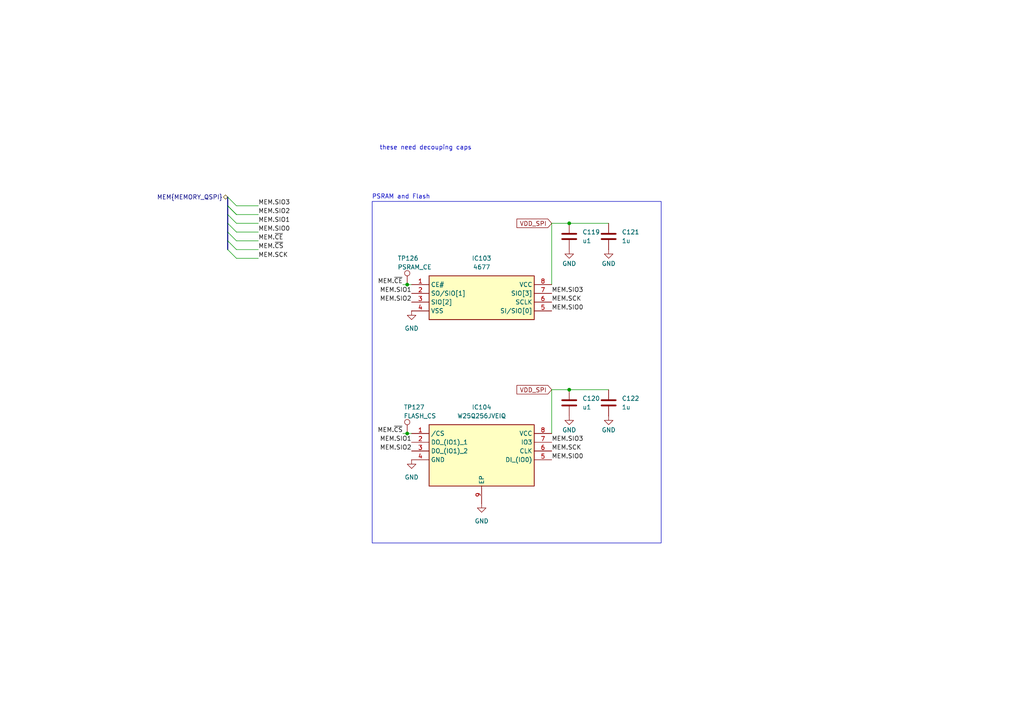
<source format=kicad_sch>
(kicad_sch (version 20250114) (generator "eeschema") (generator_version "9.0")
  (paper "A4")
  (lib_symbols
    (symbol "Connector:TestPoint" (pin_numbers (hide yes)) (pin_names (offset 0.762) (hide yes))
      (property "Reference" "TP" (at 0 6.858 0))
      (property "Value" "TestPoint" (at 0 5.08 0))
      (symbol "TestPoint_0_1"
        (circle (center 0 3.302) (radius 0.762))
      )
      (symbol "TestPoint_1_1"
        (pin passive line (at 0 0 90) (length 2.54) (name "1") (number "1"))
      )
    )
    (symbol "Device:C" (pin_numbers (hide yes)) (pin_names (offset 0.254))
      (property "Reference" "C" (at 0.635 2.54 0))
      (property "Value" "C" (at 0.635 -2.54 0))
      (symbol "C_0_1"
        (polyline (pts (xy -2.032 0.762) (xy 2.032 0.762)) (stroke (width 0.508)))
        (polyline (pts (xy -2.032 -0.762) (xy 2.032 -0.762)) (stroke (width 0.508)))
      )
      (symbol "C_1_1"
        (pin passive line (at 0 3.81 270) (length 2.794) (name "~") (number "1"))
        (pin passive line (at 0 -3.81 90) (length 2.794) (name "~") (number "2"))
      )
    )
    (symbol "SamacSys_Parts:4677"
      (property "Reference" "J" (at 36.83 7.62 0))
      (property "Value" "4677" (at 36.83 5.08 0))
      (symbol "4677_1_1"
        (rectangle (start 5.08 2.54) (end 35.56 -10.16) (stroke (width 0.254)) (fill (type background)))
        (pin passive line (at 0 0 0) (length 5.08) (name "CE#") (number "1"))
        (pin passive line (at 0 -2.54 0) (length 5.08) (name "SO/SIO[1]") (number "2"))
        (pin passive line (at 0 -5.08 0) (length 5.08) (name "SIO[2]") (number "3"))
        (pin passive line (at 0 -7.62 0) (length 5.08) (name "VSS") (number "4"))
        (pin passive line (at 40.64 0 180) (length 5.08) (name "VCC") (number "8"))
        (pin passive line (at 40.64 -2.54 180) (length 5.08) (name "SIO[3]") (number "7"))
        (pin passive line (at 40.64 -5.08 180) (length 5.08) (name "SCLK") (number "6"))
        (pin passive line (at 40.64 -7.62 180) (length 5.08) (name "SI/SIO[0]") (number "5"))
      )
    )
    (symbol "SamacSys_Parts:W25Q256JVEIQ"
      (property "Reference" "IC" (at 36.83 7.62 0))
      (property "Value" "W25Q256JVEIQ" (at 36.83 5.08 0))
      (symbol "W25Q256JVEIQ_1_1"
        (rectangle (start 5.08 2.54) (end 35.56 -15.24) (stroke (width 0.254)) (fill (type background)))
        (pin passive line (at 0 0 0) (length 5.08) (name "/CS") (number "1"))
        (pin passive line (at 0 -2.54 0) (length 5.08) (name "DO_(IO1)_1") (number "2"))
        (pin passive line (at 0 -5.08 0) (length 5.08) (name "DO_(IO1)_2") (number "3"))
        (pin passive line (at 0 -7.62 0) (length 5.08) (name "GND") (number "4"))
        (pin passive line (at 20.32 -20.32 90) (length 5.08) (name "EP") (number "9"))
        (pin passive line (at 40.64 0 180) (length 5.08) (name "VCC") (number "8"))
        (pin passive line (at 40.64 -2.54 180) (length 5.08) (name "IO3") (number "7"))
        (pin passive line (at 40.64 -5.08 180) (length 5.08) (name "CLK") (number "6"))
        (pin passive line (at 40.64 -7.62 180) (length 5.08) (name "DI_(IO0)") (number "5"))
      )
    )
    (symbol "power:GND" (power) (pin_numbers (hide yes)) (pin_names (offset 0) (hide yes))
      (property "Value" "GND" (at 0 -3.81 0))
      (symbol "GND_0_1"
        (polyline (pts (xy 0 0) (xy 0 -1.27) (xy 1.27 -1.27) (xy 0 -2.54) (xy -1.27 -1.27) (xy 0 -1.27)))
      )
      (symbol "GND_1_1"
        (pin power_in line (at 0 0 270) (length 0) (name "~") (number "1"))
      )
    )
  )
  (rectangle (start 107.95 58.42) (end 191.77 157.48))
  (text "PSRAM and Flash" (at 116.332 57.15 0) (effects (font (size 1.27 1.27))))
  (text "these need decouping caps" (at 123.444 42.926 0) (effects (font (size 1.27 1.27))))
  (junction (at 165.1 113.03))
  (junction (at 165.1 64.77))
  (junction (at 118.11 125.73))
  (junction (at 118.11 82.55))
  (bus_entry (at 66.04 72.39) (size 2.54 2.54))
  (bus_entry (at 66.04 57.15) (size 2.54 2.54))
  (bus_entry (at 66.04 64.77) (size 2.54 2.54))
  (bus_entry (at 66.04 59.69) (size 2.54 2.54))
  (bus_entry (at 66.04 67.31) (size 2.54 2.54))
  (bus_entry (at 66.04 69.85) (size 2.54 2.54))
  (bus_entry (at 66.04 59.69) (size 2.54 2.54))
  (bus_entry (at 66.04 62.23) (size 2.54 2.54))
  (wire (pts (xy 68.58 59.69) (xy 74.93 59.69)))
  (bus (pts (xy 66.04 57.15) (xy 66.04 59.69)))
  (wire (pts (xy 68.58 64.77) (xy 74.93 64.77)))
  (wire (pts (xy 165.1 64.77) (xy 176.53 64.77)))
  (wire (pts (xy 68.58 62.23) (xy 74.93 62.23)))
  (wire (pts (xy 160.02 64.77) (xy 165.1 64.77)))
  (bus (pts (xy 66.04 59.69) (xy 66.04 62.23)))
  (wire (pts (xy 68.58 67.31) (xy 74.93 67.31)))
  (bus (pts (xy 66.04 69.85) (xy 66.04 72.39)))
  (wire (pts (xy 68.58 72.39) (xy 74.93 72.39)))
  (wire (pts (xy 116.84 82.55) (xy 118.11 82.55)))
  (wire (pts (xy 160.02 113.03) (xy 160.02 125.73)))
  (bus (pts (xy 66.04 67.31) (xy 66.04 69.85)))
  (wire (pts (xy 160.02 113.03) (xy 165.1 113.03)))
  (wire (pts (xy 116.84 125.73) (xy 118.11 125.73)))
  (wire (pts (xy 68.58 74.93) (xy 74.93 74.93)))
  (wire (pts (xy 165.1 113.03) (xy 176.53 113.03)))
  (wire (pts (xy 68.58 69.85) (xy 74.93 69.85)))
  (bus (pts (xy 66.04 64.77) (xy 66.04 67.31)))
  (wire (pts (xy 160.02 64.77) (xy 160.02 82.55)))
  (wire (pts (xy 118.11 125.73) (xy 119.38 125.73)))
  (bus (pts (xy 66.04 62.23) (xy 66.04 64.77)))
  (wire (pts (xy 118.11 82.55) (xy 119.38 82.55)))
  (label "MEM.~{CE}" (at 116.84 82.55 180))
  (label "MEM.SIO1" (at 119.38 85.09 180))
  (label "MEM.SIO3" (at 160.02 85.09 0))
  (label "MEM.SIO3" (at 74.93 59.69 0))
  (label "MEM.SIO0" (at 74.93 67.31 0))
  (label "MEM.SIO3" (at 160.02 128.27 0))
  (label "MEM.SIO0" (at 160.02 90.17 0))
  (label "MEM.SCK" (at 74.93 74.93 0))
  (label "MEM.~{CS}" (at 116.84 125.73 180))
  (label "MEM.~{CS}" (at 74.93 72.39 0))
  (label "MEM.SIO1" (at 74.93 64.77 0))
  (label "MEM.SIO2" (at 119.38 87.63 180))
  (label "MEM.SIO2" (at 119.38 130.81 180))
  (label "MEM.SIO1" (at 119.38 128.27 180))
  (label "MEM.SCK" (at 160.02 87.63 0))
  (label "MEM.~{CE}" (at 74.93 69.85 0))
  (label "MEM.SIO0" (at 160.02 133.35 0))
  (label "MEM.SCK" (at 160.02 130.81 0))
  (label "MEM.SIO2" (at 74.93 62.23 0))
  (global_label "VDD_SPI" (shape input) (at 160.02 113.03 180) (property "Intersheetrefs" "${INTERSHEET_REFS}" (effects (hide yes))))
  (global_label "VDD_SPI" (shape input) (at 160.02 64.77 180) (property "Intersheetrefs" "${INTERSHEET_REFS}" (effects (hide yes))))
  (hierarchical_label "MEM{MEMORY_QSPI}" (shape bidirectional) (at 66.04 57.15 180))
  (symbol (lib_id "power:GND") (at 119.38 90.17 0) (unit 1)
    (property "Reference" "#PWR0163" (effects (hide yes)))
    (property "Value" "GND" (at 119.38 95.25 0))
    (property "Description" "Power symbol creates a global label with name \"GND\" , ground" (effects (hide yes)))
  )
  (symbol (lib_id "Device:C") (at 165.1 116.84 0) (unit 1)
    (property "Reference" "C120" (at 168.91 115.5699 0) (effects (justify left)))
    (property "Value" "u1" (at 168.91 118.1099 0) (effects (justify left)))
    (property "Footprint" "SamacSys_Parts:MAJx16" (effects (hide yes)))
    (property "Description" "Unpolarized capacitor" (effects (hide yes)))
    (property "Height" "0.8" (effects (hide yes)))
    (property "Mouser Part Number" "963-MAJCH168BB7104KT" (effects (hide yes)))
    (property "Mouser Price/Stock" "https://www.mouser.co.uk/ProductDetail/TAIYO-YUDEN/MAJCH168BB7104KTEA01?qs=ZcfC38r4PovaTBrG0IdezQ%3D%3D" (effects (hide yes)))
    (property "Manufacturer_Name" "TAIYO YUDEN" (effects (hide yes)))
    (property "Manufacturer_Part_Number" "MAJCH168BB7104KTEA01" (effects (hide yes)))
  )
  (symbol (lib_id "SamacSys_Parts:W25Q256JVEIQ") (at 119.38 125.73 0) (unit 1)
    (property "Reference" "IC104" (at 139.7 118.11 0))
    (property "Value" "W25Q256JVEIQ" (at 139.7 120.65 0))
    (property "Footprint" "SamacSys_Parts:SON127P800X600X80-9N-D" (effects (hide yes)))
    (property "Datasheet" "https://www.winbond.com/hq/search-resource-file.jsp?partNo=W25Q256JVEIQ&type=datasheet" (effects (hide yes)))
    (property "Description" "256M-bit Serial Flash Memory with uniform 4KB sectors and Dual/Quad SPI" (effects (hide yes)))
    (property "Height" "0.8" (effects (hide yes)))
    (property "Mouser Part Number" "454-W25Q256JVEIQ" (effects (hide yes)))
    (property "Mouser Price/Stock" "https://www.mouser.co.uk/ProductDetail/Winbond/W25Q256JVEIQ?qs=qSfuJ%252Bfl%2Fd4o%2FNFUf7yCgA%3D%3D" (effects (hide yes)))
    (property "Manufacturer_Name" "Winbond" (effects (hide yes)))
    (property "Manufacturer_Part_Number" "W25Q256JVEIQ" (effects (hide yes)))
  )
  (symbol (lib_id "power:GND") (at 176.53 72.39 0) (unit 1)
    (property "Reference" "#PWR0168" (effects (hide yes)))
    (property "Value" "GND" (at 176.53 76.454 0))
    (property "Description" "Power symbol creates a global label with name \"GND\" , ground" (effects (hide yes)))
  )
  (symbol (lib_id "Device:C") (at 176.53 68.58 0) (unit 1)
    (property "Reference" "C121" (at 180.34 67.3099 0) (effects (justify left)))
    (property "Value" "1u" (at 180.34 69.8499 0) (effects (justify left)))
    (property "Footprint" "SamacSys_Parts:CAPC2012X135N" (effects (hide yes)))
    (property "Description" "Unpolarized capacitor" (effects (hide yes)))
    (property "Height" "1.35" (effects (hide yes)))
    (property "Mouser Part Number" "791-0805X105K160CT" (effects (hide yes)))
    (property "Mouser Price/Stock" "https://www.mouser.co.uk/ProductDetail/Walsin/0805X105K160CT?qs=wUXugUrL1qxMXFrDyyDE9A%3D%3D" (effects (hide yes)))
    (property "Manufacturer_Name" "Walsin Technology Corporation" (effects (hide yes)))
    (property "Manufacturer_Part_Number" "0805X105K160CT" (effects (hide yes)))
  )
  (symbol (lib_id "SamacSys_Parts:4677") (at 119.38 82.55 0) (unit 1)
    (property "Reference" "IC103" (at 139.7 74.93 0))
    (property "Value" "4677" (at 139.7 77.47 0))
    (property "Footprint" "SamacSys_Parts:SOIC127P600X175-8N" (effects (hide yes)))
    (property "Datasheet" "https://www.espressif.com/sites/default/files/documentation/esp-psram64_esp-psram64h_datasheet_en.pdf" (effects (hide yes)))
    (property "Description" "Adafruit Accessories Generic 64 Mbit Serial Pseudo SRAM - 3.3V 133 MHz" (effects (hide yes)))
    (property "Height" "1.75" (effects (hide yes)))
    (property "Mouser Part Number" "485-4677" (effects (hide yes)))
    (property "Mouser Price/Stock" "https://www.mouser.co.uk/ProductDetail/Adafruit/4677?qs=DPoM0jnrROUZDCYEDSsMew%3D%3D" (effects (hide yes)))
    (property "Manufacturer_Name" "Adafruit" (effects (hide yes)))
    (property "Manufacturer_Part_Number" "4677" (effects (hide yes)))
  )
  (symbol (lib_id "power:GND") (at 165.1 72.39 0) (unit 1)
    (property "Reference" "#PWR0166" (effects (hide yes)))
    (property "Value" "GND" (at 165.1 76.454 0))
    (property "Description" "Power symbol creates a global label with name \"GND\" , ground" (effects (hide yes)))
  )
  (symbol (lib_id "power:GND") (at 139.7 146.05 0) (unit 1)
    (property "Reference" "#PWR0165" (effects (hide yes)))
    (property "Value" "GND" (at 139.7 151.13 0))
    (property "Description" "Power symbol creates a global label with name \"GND\" , ground" (effects (hide yes)))
  )
  (symbol (lib_id "power:GND") (at 176.53 120.65 0) (unit 1)
    (property "Reference" "#PWR0169" (effects (hide yes)))
    (property "Value" "GND" (at 176.53 124.714 0))
    (property "Description" "Power symbol creates a global label with name \"GND\" , ground" (effects (hide yes)))
  )
  (symbol (lib_id "power:GND") (at 165.1 120.65 0) (unit 1)
    (property "Reference" "#PWR0167" (effects (hide yes)))
    (property "Value" "GND" (at 165.1 124.714 0))
    (property "Description" "Power symbol creates a global label with name \"GND\" , ground" (effects (hide yes)))
  )
  (symbol (lib_id "Connector:TestPoint") (at 118.11 125.73 0) (unit 1)
    (property "Reference" "TP127" (at 117.094 118.11 0) (effects (justify left)))
    (property "Value" "FLASH_CS" (at 117.094 120.65 0) (effects (justify left)))
    (property "Footprint" "TestPoint:TestPoint_Pad_1.0x1.0mm" (effects (hide yes)))
    (property "Description" "test point" (effects (hide yes)))
  )
  (symbol (lib_id "power:GND") (at 119.38 133.35 0) (unit 1)
    (property "Reference" "#PWR0164" (effects (hide yes)))
    (property "Value" "GND" (at 119.38 138.43 0))
    (property "Description" "Power symbol creates a global label with name \"GND\" , ground" (effects (hide yes)))
  )
  (symbol (lib_id "Device:C") (at 165.1 68.58 0) (unit 1)
    (property "Reference" "C119" (at 168.91 67.3099 0) (effects (justify left)))
    (property "Value" "u1" (at 168.91 69.8499 0) (effects (justify left)))
    (property "Footprint" "SamacSys_Parts:MAJx16" (effects (hide yes)))
    (property "Description" "Unpolarized capacitor" (effects (hide yes)))
    (property "Height" "0.8" (effects (hide yes)))
    (property "Mouser Part Number" "963-MAJCH168BB7104KT" (effects (hide yes)))
    (property "Mouser Price/Stock" "https://www.mouser.co.uk/ProductDetail/TAIYO-YUDEN/MAJCH168BB7104KTEA01?qs=ZcfC38r4PovaTBrG0IdezQ%3D%3D" (effects (hide yes)))
    (property "Manufacturer_Name" "TAIYO YUDEN" (effects (hide yes)))
    (property "Manufacturer_Part_Number" "MAJCH168BB7104KTEA01" (effects (hide yes)))
  )
  (symbol (lib_id "Connector:TestPoint") (at 118.11 82.55 0) (unit 1)
    (property "Reference" "TP126" (at 115.316 74.93 0) (effects (justify left)))
    (property "Value" "PSRAM_CE" (at 115.316 77.47 0) (effects (justify left)))
    (property "Footprint" "TestPoint:TestPoint_Pad_1.0x1.0mm" (effects (hide yes)))
    (property "Description" "test point" (effects (hide yes)))
  )
  (symbol (lib_id "Device:C") (at 176.53 116.84 0) (unit 1)
    (property "Reference" "C122" (at 180.34 115.5699 0) (effects (justify left)))
    (property "Value" "1u" (at 180.34 118.1099 0) (effects (justify left)))
    (property "Footprint" "SamacSys_Parts:CAPC2012X135N" (effects (hide yes)))
    (property "Description" "Unpolarized capacitor" (effects (hide yes)))
    (property "Height" "1.35" (effects (hide yes)))
    (property "Mouser Part Number" "791-0805X105K160CT" (effects (hide yes)))
    (property "Mouser Price/Stock" "https://www.mouser.co.uk/ProductDetail/Walsin/0805X105K160CT?qs=wUXugUrL1qxMXFrDyyDE9A%3D%3D" (effects (hide yes)))
    (property "Manufacturer_Name" "Walsin Technology Corporation" (effects (hide yes)))
    (property "Manufacturer_Part_Number" "0805X105K160CT" (effects (hide yes)))
  )
)
</source>
